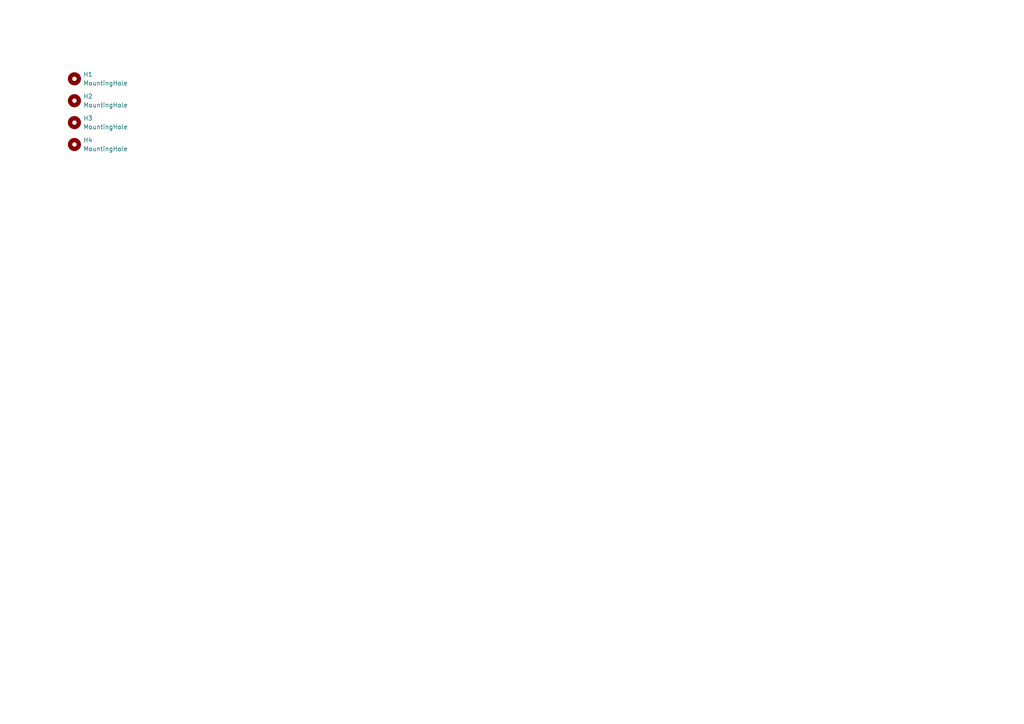
<source format=kicad_sch>
(kicad_sch (version 20230121) (generator eeschema)
  (paper "A4")
  (title_block (title "ample Front Panel") (date "2023-07-15") (rev "00.01"))
  (lib_symbols
    (symbol "Mechanical:MountingHole" (pin_names (offset 1.016))
      (property "Reference" "H" (at 0 5.08 0))
      (property "Value" "MountingHole" (at 0 3.175 0))
      (symbol "MountingHole_0_1"
        (circle (center 0 0) (radius 1.27) (stroke (width 1.27)))
      )
    )
  )
  (symbol (lib_id "Mechanical:MountingHole") (at 21.59 29.21 0) (unit 1)
    (property "Reference" "H2" (at 24.13 27.94 0) (effects (justify left)))
    (property "Value" "MountingHole" (at 24.13 30.48 0) (effects (justify left)))
    (property "Footprint" "MountingHole:MountingHole_4.3mm_M4" (effects hide))
  )
  (symbol (lib_id "Mechanical:MountingHole") (at 21.59 35.56 0) (unit 1)
    (property "Reference" "H3" (at 24.13 34.29 0) (effects (justify left)))
    (property "Value" "MountingHole" (at 24.13 36.83 0) (effects (justify left)))
    (property "Footprint" "MountingHole:MountingHole_4.3mm_M4" (effects hide))
  )
  (symbol (lib_id "Mechanical:MountingHole") (at 21.59 41.91 0) (unit 1)
    (property "Reference" "H4" (at 24.13 40.64 0) (effects (justify left)))
    (property "Value" "MountingHole" (at 24.13 43.18 0) (effects (justify left)))
    (property "Footprint" "MountingHole:MountingHole_4.3mm_M4" (effects hide))
  )
  (symbol (lib_id "Mechanical:MountingHole") (at 21.59 22.86 0) (unit 1)
    (property "Reference" "H1" (at 24.13 21.59 0) (effects (justify left)))
    (property "Value" "MountingHole" (at 24.13 24.13 0) (effects (justify left)))
    (property "Footprint" "MountingHole:MountingHole_4.3mm_M4" (effects hide))
  )
)
</source>
